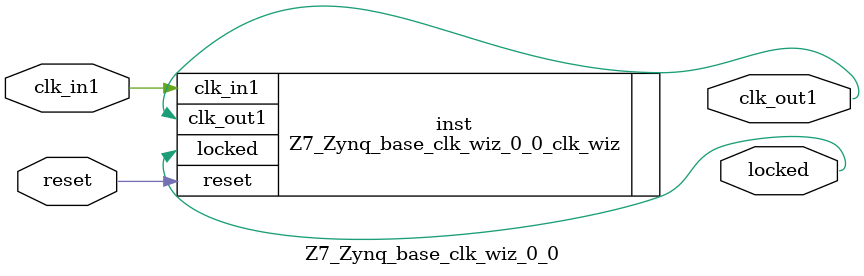
<source format=v>


`timescale 1ps/1ps

(* CORE_GENERATION_INFO = "Z7_Zynq_base_clk_wiz_0_0,clk_wiz_v6_0_6_0_0,{component_name=Z7_Zynq_base_clk_wiz_0_0,use_phase_alignment=true,use_min_o_jitter=false,use_max_i_jitter=false,use_dyn_phase_shift=false,use_inclk_switchover=false,use_dyn_reconfig=false,enable_axi=0,feedback_source=FDBK_AUTO,PRIMITIVE=MMCM,num_out_clk=1,clkin1_period=8.000,clkin2_period=10.000,use_power_down=false,use_reset=true,use_locked=true,use_inclk_stopped=false,feedback_type=SINGLE,CLOCK_MGR_TYPE=NA,manual_override=false}" *)

module Z7_Zynq_base_clk_wiz_0_0 
 (
  // Clock out ports
  output        clk_out1,
  // Status and control signals
  input         reset,
  output        locked,
 // Clock in ports
  input         clk_in1
 );

  Z7_Zynq_base_clk_wiz_0_0_clk_wiz inst
  (
  // Clock out ports  
  .clk_out1(clk_out1),
  // Status and control signals               
  .reset(reset), 
  .locked(locked),
 // Clock in ports
  .clk_in1(clk_in1)
  );

endmodule

</source>
